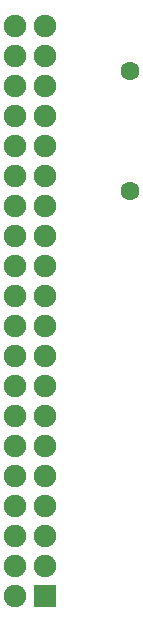
<source format=gbr>
G04 DipTrace 2.4.0.2*
%INBottomMask.gbr*%
%MOMM*%
%ADD31C,1.6*%
%ADD45C,1.9*%
%ADD47R,1.9X1.9*%
%FSLAX53Y53*%
G04*
G71*
G90*
G75*
G01*
%LNBotMask*%
%LPD*%
D31*
X21696Y56610D3*
Y46450D3*
D47*
X14453Y12201D3*
D45*
X11913D3*
X14453Y14741D3*
X11913D3*
X14453Y17281D3*
X11913D3*
X14453Y19821D3*
X11913D3*
X14453Y22361D3*
X11913D3*
X14453Y24901D3*
X11913D3*
X14453Y27441D3*
X11913D3*
X14453Y29981D3*
X11913D3*
X14453Y32521D3*
X11913D3*
X14453Y35061D3*
X11913D3*
X14453Y37601D3*
X11913D3*
X14453Y40141D3*
X11913D3*
X14453Y42681D3*
X11913D3*
X14453Y45221D3*
X11913D3*
X14453Y47761D3*
X11913D3*
X14453Y50301D3*
X11913D3*
X14453Y52841D3*
X11913D3*
X14453Y55381D3*
X11913D3*
X14453Y57921D3*
X11913D3*
X14453Y60461D3*
X11913D3*
M02*

</source>
